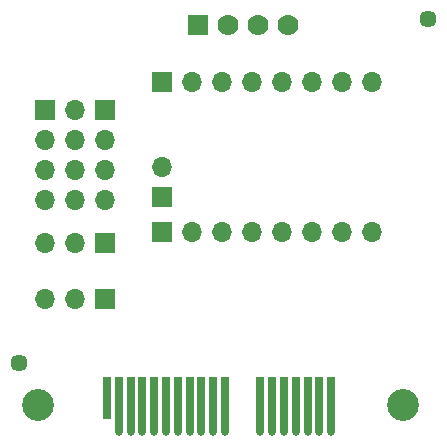
<source format=gbs>
G04 #@! TF.GenerationSoftware,KiCad,Pcbnew,(5.99.0-8491-gb8dfcb34c4)*
G04 #@! TF.CreationDate,2021-01-19T19:46:53+01:00*
G04 #@! TF.ProjectId,DRV-StepStick,4452562d-5374-4657-9053-7469636b2e6b,rev?*
G04 #@! TF.SameCoordinates,PX67f3540PY6cb8080*
G04 #@! TF.FileFunction,Soldermask,Bot*
G04 #@! TF.FilePolarity,Negative*
%FSLAX46Y46*%
G04 Gerber Fmt 4.6, Leading zero omitted, Abs format (unit mm)*
G04 Created by KiCad (PCBNEW (5.99.0-8491-gb8dfcb34c4)) date 2021-01-19 19:46:53*
%MOMM*%
%LPD*%
G01*
G04 APERTURE LIST*
%ADD10O,0.650000X0.650000*%
%ADD11R,0.650000X3.600000*%
%ADD12R,0.650000X4.600000*%
%ADD13R,1.778000X1.778000*%
%ADD14C,1.778000*%
%ADD15C,2.700000*%
%ADD16R,1.700000X1.700000*%
%ADD17O,1.700000X1.700000*%
%ADD18C,1.448000*%
G04 APERTURE END LIST*
D10*
X23653000Y1015000D03*
X21653000Y1015000D03*
X14653000Y1015000D03*
X9653000Y1015000D03*
X25653000Y1015000D03*
X26653000Y1015000D03*
X15653000Y1015000D03*
X10653000Y1015000D03*
X18653000Y1015000D03*
X11653000Y1015000D03*
X16653000Y1015000D03*
X22653000Y1015000D03*
X13653000Y1015000D03*
X12653000Y1015000D03*
X24653000Y1015000D03*
X17653000Y1015000D03*
X27653000Y1015000D03*
D11*
X8653000Y3815000D03*
D12*
X9653000Y3315000D03*
X10653000Y3315000D03*
X11653000Y3315000D03*
X12653000Y3315000D03*
X13653000Y3315000D03*
X14653000Y3315000D03*
X15653000Y3315000D03*
X16653000Y3315000D03*
X17653000Y3315000D03*
X18653000Y3315000D03*
X21653000Y3315000D03*
X22653000Y3315000D03*
X23653000Y3315000D03*
X24653000Y3315000D03*
X25653000Y3315000D03*
X26653000Y3315000D03*
X27653000Y3315000D03*
D13*
X16370000Y35440000D03*
D14*
X18910000Y35440000D03*
X21450000Y35440000D03*
X23990000Y35440000D03*
D15*
X2800000Y3256000D03*
X33750000Y3256000D03*
D16*
X8500000Y17000000D03*
D17*
X5960000Y17000000D03*
X3420000Y17000000D03*
D16*
X13330000Y20910000D03*
D17*
X13330000Y23450000D03*
D18*
X35870000Y35920000D03*
D16*
X3420000Y28250000D03*
D17*
X5960000Y28250000D03*
X3420000Y25710000D03*
X5960000Y25710000D03*
X3420000Y23170000D03*
X5960000Y23170000D03*
X3420000Y20630000D03*
X5960000Y20630000D03*
D16*
X13330000Y30620000D03*
D17*
X15870000Y30620000D03*
X18410000Y30620000D03*
X20950000Y30620000D03*
X23490000Y30620000D03*
X26030000Y30620000D03*
X28570000Y30620000D03*
X31110000Y30620000D03*
D16*
X8500000Y28250000D03*
D17*
X8500000Y25710000D03*
X8500000Y23170000D03*
X8500000Y20630000D03*
D16*
X13330000Y17920000D03*
D17*
X15870000Y17920000D03*
X18410000Y17920000D03*
X20950000Y17920000D03*
X23490000Y17920000D03*
X26030000Y17920000D03*
X28570000Y17920000D03*
X31110000Y17920000D03*
D18*
X1230000Y6860000D03*
D16*
X8500000Y12250000D03*
D17*
X5960000Y12250000D03*
X3420000Y12250000D03*
M02*

</source>
